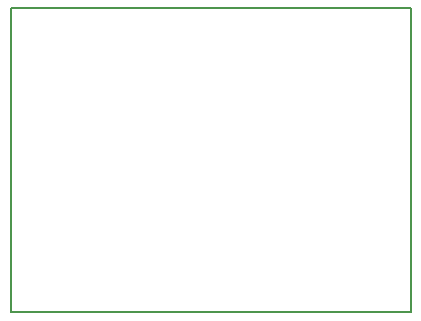
<source format=gbr>
%TF.GenerationSoftware,KiCad,Pcbnew,7.0.9+1*%
%TF.CreationDate,2023-12-23T17:09:26+01:00*%
%TF.ProjectId,PCB_external_oscillator,5043425f-6578-4746-9572-6e616c5f6f73,rev?*%
%TF.SameCoordinates,Original*%
%TF.FileFunction,Profile,NP*%
%FSLAX46Y46*%
G04 Gerber Fmt 4.6, Leading zero omitted, Abs format (unit mm)*
G04 Created by KiCad (PCBNEW 7.0.9+1) date 2023-12-23 17:09:26*
%MOMM*%
%LPD*%
G01*
G04 APERTURE LIST*
%TA.AperFunction,Profile*%
%ADD10C,0.150000*%
%TD*%
G04 APERTURE END LIST*
D10*
X35298600Y-27464800D02*
X69131400Y-27464800D01*
X69131400Y-53220400D01*
X35298600Y-53220400D01*
X35298600Y-27464800D01*
M02*

</source>
